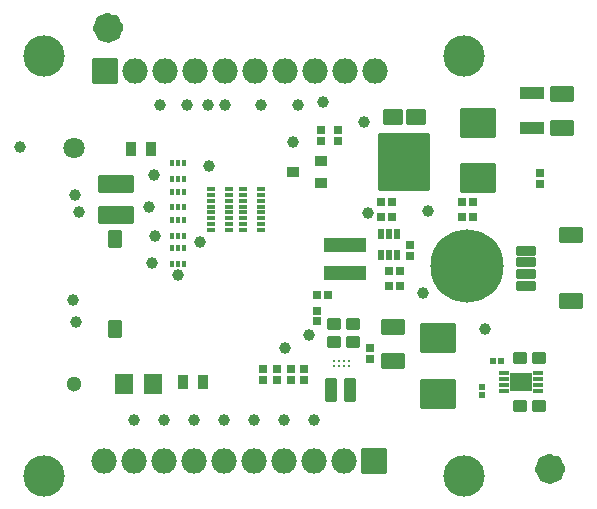
<source format=gbr>
%TF.GenerationSoftware,KiCad,Pcbnew,(7.0.0-0)*%
%TF.CreationDate,2023-03-31T14:52:11+11:00*%
%TF.ProjectId,Notecarrier-B,4e6f7465-6361-4727-9269-65722d422e6b,A*%
%TF.SameCoordinates,Original*%
%TF.FileFunction,Soldermask,Bot*%
%TF.FilePolarity,Negative*%
%FSLAX46Y46*%
G04 Gerber Fmt 4.6, Leading zero omitted, Abs format (unit mm)*
G04 Created by KiCad (PCBNEW (7.0.0-0)) date 2023-03-31 14:52:11*
%MOMM*%
%LPD*%
G01*
G04 APERTURE LIST*
G04 Aperture macros list*
%AMRoundRect*
0 Rectangle with rounded corners*
0 $1 Rounding radius*
0 $2 $3 $4 $5 $6 $7 $8 $9 X,Y pos of 4 corners*
0 Add a 4 corners polygon primitive as box body*
4,1,4,$2,$3,$4,$5,$6,$7,$8,$9,$2,$3,0*
0 Add four circle primitives for the rounded corners*
1,1,$1+$1,$2,$3*
1,1,$1+$1,$4,$5*
1,1,$1+$1,$6,$7*
1,1,$1+$1,$8,$9*
0 Add four rect primitives between the rounded corners*
20,1,$1+$1,$2,$3,$4,$5,0*
20,1,$1+$1,$4,$5,$6,$7,0*
20,1,$1+$1,$6,$7,$8,$9,0*
20,1,$1+$1,$8,$9,$2,$3,0*%
G04 Aperture macros list end*
%ADD10C,1.305000*%
%ADD11C,1.300000*%
%ADD12C,1.800000*%
%ADD13C,3.500000*%
%ADD14C,6.200000*%
%ADD15RoundRect,0.050000X-0.150000X-0.225000X0.150000X-0.225000X0.150000X0.225000X-0.150000X0.225000X0*%
%ADD16RoundRect,0.050000X0.310000X-0.310000X0.310000X0.310000X-0.310000X0.310000X-0.310000X-0.310000X0*%
%ADD17C,1.000000*%
%ADD18RoundRect,0.050000X0.210000X-0.230000X0.210000X0.230000X-0.210000X0.230000X-0.210000X-0.230000X0*%
%ADD19RoundRect,0.050000X-0.310000X0.310000X-0.310000X-0.310000X0.310000X-0.310000X0.310000X0.310000X0*%
%ADD20RoundRect,0.100000X0.900000X-0.575000X0.900000X0.575000X-0.900000X0.575000X-0.900000X-0.575000X0*%
%ADD21RoundRect,0.100000X0.350000X0.500000X-0.350000X0.500000X-0.350000X-0.500000X0.350000X-0.500000X0*%
%ADD22C,0.300000*%
%ADD23RoundRect,0.100000X0.500000X0.400000X-0.500000X0.400000X-0.500000X-0.400000X0.500000X-0.400000X0*%
%ADD24RoundRect,0.050000X0.310000X0.310000X-0.310000X0.310000X-0.310000X-0.310000X0.310000X-0.310000X0*%
%ADD25RoundRect,0.050000X-0.250000X0.150000X-0.250000X-0.150000X0.250000X-0.150000X0.250000X0.150000X0*%
%ADD26RoundRect,0.100000X-0.775000X0.300000X-0.775000X-0.300000X0.775000X-0.300000X0.775000X0.300000X0*%
%ADD27RoundRect,0.100000X-0.900000X0.600000X-0.900000X-0.600000X0.900000X-0.600000X0.900000X0.600000X0*%
%ADD28C,1.200000*%
%ADD29RoundRect,0.100000X-1.700000X0.500000X-1.700000X-0.500000X1.700000X-0.500000X1.700000X0.500000X0*%
%ADD30RoundRect,0.100000X0.500000X0.635000X-0.500000X0.635000X-0.500000X-0.635000X0.500000X-0.635000X0*%
%ADD31RoundRect,0.050000X-0.230000X-0.210000X0.230000X-0.210000X0.230000X0.210000X-0.230000X0.210000X0*%
%ADD32RoundRect,0.050000X-0.310000X-0.310000X0.310000X-0.310000X0.310000X0.310000X-0.310000X0.310000X0*%
%ADD33RoundRect,0.050000X0.175000X-0.400000X0.175000X0.400000X-0.175000X0.400000X-0.175000X-0.400000X0*%
%ADD34RoundRect,0.100000X-0.500000X-0.400000X0.500000X-0.400000X0.500000X0.400000X-0.500000X0.400000X0*%
%ADD35RoundRect,0.050000X0.375000X-0.150000X0.375000X0.150000X-0.375000X0.150000X-0.375000X-0.150000X0*%
%ADD36RoundRect,0.050000X-0.875000X0.725000X-0.875000X-0.725000X0.875000X-0.725000X0.875000X0.725000X0*%
%ADD37RoundRect,0.100000X1.400000X-1.150000X1.400000X1.150000X-1.400000X1.150000X-1.400000X-1.150000X0*%
%ADD38RoundRect,0.100000X0.725000X0.575000X-0.725000X0.575000X-0.725000X-0.575000X0.725000X-0.575000X0*%
%ADD39RoundRect,0.100000X2.075000X2.325000X-2.075000X2.325000X-2.075000X-2.325000X2.075000X-2.325000X0*%
%ADD40RoundRect,0.100000X0.675000X0.750000X-0.675000X0.750000X-0.675000X-0.750000X0.675000X-0.750000X0*%
%ADD41RoundRect,0.050000X-0.450000X-0.400000X0.450000X-0.400000X0.450000X0.400000X-0.450000X0.400000X0*%
%ADD42RoundRect,0.100000X0.950000X-0.450000X0.950000X0.450000X-0.950000X0.450000X-0.950000X-0.450000X0*%
%ADD43RoundRect,0.100000X-1.400000X0.700000X-1.400000X-0.700000X1.400000X-0.700000X1.400000X0.700000X0*%
%ADD44RoundRect,0.100000X-0.970000X0.970000X-0.970000X-0.970000X0.970000X-0.970000X0.970000X0.970000X0*%
%ADD45O,2.140000X2.140000*%
%ADD46RoundRect,0.100000X0.970000X-0.970000X0.970000X0.970000X-0.970000X0.970000X-0.970000X-0.970000X0*%
%ADD47RoundRect,0.100000X0.400000X0.900000X-0.400000X0.900000X-0.400000X-0.900000X0.400000X-0.900000X0*%
G04 APERTURE END LIST*
%TO.C,FID3*%
D10*
X143393900Y-94341000D02*
G75*
G03*
X143393900Y-94341000I-652500J0D01*
G01*
%TO.C,FID4*%
X105972500Y-57000000D02*
G75*
G03*
X105972500Y-57000000I-652500J0D01*
G01*
%TD*%
D11*
%TO.C,J20*%
X102460000Y-87140000D03*
D12*
X102460000Y-67140000D03*
%TD*%
D13*
%TO.C,H4*%
X135480000Y-94970000D03*
%TD*%
%TO.C,H2*%
X99920000Y-59410000D03*
%TD*%
D14*
%TO.C,OBJ1*%
X135710000Y-77140000D03*
%TD*%
D13*
%TO.C,H3*%
X99920000Y-94970000D03*
%TD*%
%TO.C,H1*%
X135480000Y-59410000D03*
%TD*%
D15*
%TO.C,DS4*%
X110710000Y-75665000D03*
X111210000Y-75665000D03*
X111710000Y-75665000D03*
X111710000Y-77015000D03*
X111210000Y-77015000D03*
X110710000Y-77015000D03*
%TD*%
D16*
%TO.C,R322*%
X118440800Y-86797400D03*
X118440800Y-85897400D03*
%TD*%
D17*
%TO.C,TP32*%
X118250000Y-63500000D03*
%TD*%
D18*
%TO.C,R5*%
X137000000Y-88080000D03*
X137000000Y-87420000D03*
%TD*%
D19*
%TO.C,R324*%
X123025000Y-80951000D03*
X123025000Y-81851000D03*
%TD*%
D20*
%TO.C,C13*%
X129470000Y-85200000D03*
X129470000Y-82300000D03*
%TD*%
D17*
%TO.C,TP18*%
X109256000Y-74615000D03*
%TD*%
D16*
%TO.C,C115*%
X123375000Y-66575000D03*
X123375000Y-65675000D03*
%TD*%
D21*
%TO.C,F1*%
X113358000Y-86999900D03*
X111658000Y-86999900D03*
%TD*%
D17*
%TO.C,TP14*%
X111200000Y-77940000D03*
%TD*%
D22*
%TO.C,U4*%
X125690000Y-85610000D03*
X125690000Y-85210000D03*
X125290000Y-85610000D03*
X125290000Y-85210000D03*
X124890000Y-85610000D03*
X124890000Y-85210000D03*
X124490000Y-85610000D03*
X124490000Y-85210000D03*
%TD*%
D15*
%TO.C,DS5*%
X110710000Y-70865000D03*
X111210000Y-70865000D03*
X111710000Y-70865000D03*
X111710000Y-72215000D03*
X111210000Y-72215000D03*
X110710000Y-72215000D03*
%TD*%
D23*
%TO.C,C118*%
X141800000Y-85000000D03*
X140200000Y-85000000D03*
%TD*%
D24*
%TO.C,R326*%
X136200000Y-73000000D03*
X135300000Y-73000000D03*
%TD*%
D17*
%TO.C,TP1*%
X107540000Y-90191500D03*
%TD*%
%TO.C,TP2*%
X110080000Y-90194800D03*
%TD*%
D25*
%TO.C,RR2*%
X115560000Y-70640000D03*
X115560000Y-71140000D03*
X115560000Y-71640000D03*
X115560000Y-72140000D03*
X115560000Y-72640000D03*
X115560000Y-73140000D03*
X115560000Y-73640000D03*
X115560000Y-74140000D03*
X114060000Y-74140000D03*
X114060000Y-73640000D03*
X114060000Y-73140000D03*
X114060000Y-72640000D03*
X114060000Y-72140000D03*
X114060000Y-71640000D03*
X114060000Y-71140000D03*
X114060000Y-70640000D03*
%TD*%
D17*
%TO.C,TP3*%
X112623900Y-90194400D03*
%TD*%
D20*
%TO.C,C112*%
X143750000Y-65500000D03*
X143750000Y-62600000D03*
%TD*%
D17*
%TO.C,TP7*%
X115160000Y-90194400D03*
%TD*%
D19*
%TO.C,C111*%
X141875000Y-69300000D03*
X141875000Y-70200000D03*
%TD*%
D16*
%TO.C,R10*%
X121889800Y-86790000D03*
X121889800Y-85890000D03*
%TD*%
D17*
%TO.C,TP4*%
X117703900Y-90194400D03*
%TD*%
%TO.C,TP21*%
X102857500Y-72640000D03*
%TD*%
D16*
%TO.C,C14*%
X127500000Y-85050000D03*
X127500000Y-84150000D03*
%TD*%
D19*
%TO.C,R323*%
X120769800Y-85890000D03*
X120769800Y-86790000D03*
%TD*%
D26*
%TO.C,J24*%
X140675000Y-75875000D03*
X140675000Y-76875000D03*
X140675000Y-77875000D03*
X140675000Y-78875000D03*
D27*
X144550000Y-74575000D03*
X144550000Y-80175000D03*
%TD*%
D17*
%TO.C,TP5*%
X120240000Y-90194400D03*
%TD*%
D28*
%TO.C,FID3*%
X142741400Y-94341000D03*
%TD*%
D19*
%TO.C,R319*%
X124750000Y-65675000D03*
X124750000Y-66575000D03*
%TD*%
D17*
%TO.C,TP22*%
X108810000Y-72215000D03*
%TD*%
D28*
%TO.C,FID4*%
X105320000Y-57000000D03*
%TD*%
D17*
%TO.C,TP6*%
X122780000Y-90194400D03*
%TD*%
%TO.C,TP20*%
X127310000Y-72715000D03*
%TD*%
%TO.C,TP23*%
X102536600Y-71137300D03*
%TD*%
D29*
%TO.C,L4*%
X125410000Y-75355000D03*
X125410000Y-77725000D03*
%TD*%
D19*
%TO.C,R6*%
X130870000Y-75400000D03*
X130870000Y-76300000D03*
%TD*%
D23*
%TO.C,C117*%
X141800000Y-89000000D03*
X140200000Y-89000000D03*
%TD*%
D30*
%TO.C,DSW1*%
X105871700Y-74921900D03*
X105871700Y-82541900D03*
%TD*%
D17*
%TO.C,TP10*%
X122355000Y-83029500D03*
%TD*%
%TO.C,TP34*%
X123500000Y-63250000D03*
%TD*%
%TO.C,TP38*%
X97875000Y-67125000D03*
%TD*%
D31*
%TO.C,R7*%
X137920000Y-85250000D03*
X138580000Y-85250000D03*
%TD*%
D32*
%TO.C,C10*%
X129110000Y-77590000D03*
X130010000Y-77590000D03*
%TD*%
D17*
%TO.C,TP12*%
X132000000Y-79500000D03*
%TD*%
D33*
%TO.C,U3*%
X128460000Y-74425000D03*
X129110000Y-74425000D03*
X129760000Y-74425000D03*
X129760000Y-76255000D03*
X129110000Y-76255000D03*
X128460000Y-76255000D03*
%TD*%
D17*
%TO.C,TP8*%
X120270000Y-84130000D03*
%TD*%
%TO.C,TP13*%
X102356000Y-80052500D03*
%TD*%
D32*
%TO.C,C9*%
X129110000Y-78890000D03*
X130010000Y-78890000D03*
%TD*%
D17*
%TO.C,TP26*%
X120940000Y-66691999D03*
%TD*%
%TO.C,TP33*%
X121368900Y-63500000D03*
%TD*%
%TO.C,TP28*%
X109750000Y-63500000D03*
%TD*%
D34*
%TO.C,C15*%
X124430000Y-83640000D03*
X126030000Y-83640000D03*
%TD*%
D35*
%TO.C,U5*%
X141700000Y-86250000D03*
X141700000Y-86750000D03*
X141700000Y-87250000D03*
X141700000Y-87750000D03*
X138800000Y-87750000D03*
X138800000Y-87250000D03*
X138800000Y-86750000D03*
X138800000Y-86250000D03*
D36*
X140250000Y-87000000D03*
%TD*%
D17*
%TO.C,TP24*%
X109196000Y-69454000D03*
%TD*%
%TO.C,TP31*%
X115250000Y-63500000D03*
%TD*%
D37*
%TO.C,TVS1*%
X136625000Y-69750000D03*
X136625000Y-65050000D03*
%TD*%
D17*
%TO.C,TP17*%
X113110000Y-75140000D03*
%TD*%
%TO.C,TP15*%
X109000000Y-76900000D03*
%TD*%
D15*
%TO.C,DS10*%
X110710000Y-68465000D03*
X111210000Y-68465000D03*
X111710000Y-68465000D03*
X111710000Y-69815000D03*
X111210000Y-69815000D03*
X110710000Y-69815000D03*
%TD*%
D34*
%TO.C,C16*%
X124430000Y-82090000D03*
X126030000Y-82090000D03*
%TD*%
D17*
%TO.C,TP30*%
X113750100Y-63500000D03*
%TD*%
D38*
%TO.C,DS15*%
X131395000Y-64590000D03*
X129425000Y-64590000D03*
D39*
X130410000Y-68340000D03*
%TD*%
D32*
%TO.C,C8*%
X128465000Y-73040000D03*
X129365000Y-73040000D03*
%TD*%
D15*
%TO.C,DS6*%
X110710000Y-73265000D03*
X111210000Y-73265000D03*
X111710000Y-73265000D03*
X111710000Y-74615000D03*
X111210000Y-74615000D03*
X110710000Y-74615000D03*
%TD*%
D17*
%TO.C,TP29*%
X112000000Y-63500000D03*
%TD*%
%TO.C,TP25*%
X113885000Y-68665000D03*
%TD*%
D37*
%TO.C,DS14*%
X133250000Y-88000000D03*
X133250000Y-83300000D03*
%TD*%
D17*
%TO.C,TP11*%
X102625000Y-81887100D03*
%TD*%
D21*
%TO.C,F2*%
X108976900Y-67258900D03*
X107276900Y-67258900D03*
%TD*%
D24*
%TO.C,R325*%
X136200000Y-71750000D03*
X135300000Y-71750000D03*
%TD*%
D17*
%TO.C,TP39*%
X127000000Y-65000000D03*
%TD*%
D40*
%TO.C,C113*%
X109148700Y-87170600D03*
X106698700Y-87170600D03*
%TD*%
D32*
%TO.C,R318*%
X123025000Y-79629500D03*
X123925000Y-79629500D03*
%TD*%
D17*
%TO.C,VMODEM*%
X132375000Y-72500000D03*
%TD*%
D16*
%TO.C,C116*%
X119649800Y-86790000D03*
X119649800Y-85890000D03*
%TD*%
D41*
%TO.C,Q2*%
X123310000Y-68240000D03*
X123310000Y-70140000D03*
X120940000Y-69190000D03*
%TD*%
D42*
%TO.C,R307*%
X141250000Y-65500000D03*
X141250000Y-62500000D03*
%TD*%
D43*
%TO.C,C114*%
X106002800Y-70253200D03*
X106002800Y-72853200D03*
%TD*%
D44*
%TO.C,J22*%
X105025000Y-60680000D03*
D45*
X107564999Y-60679999D03*
X110104999Y-60679999D03*
X112644999Y-60679999D03*
X115184999Y-60679999D03*
X117724999Y-60679999D03*
X120264999Y-60679999D03*
X122804999Y-60679999D03*
X125344999Y-60679999D03*
X127884999Y-60679999D03*
%TD*%
D17*
%TO.C,VUSB*%
X137250000Y-82500000D03*
%TD*%
D46*
%TO.C,J21*%
X127860000Y-93700000D03*
D45*
X125319999Y-93699999D03*
X122779999Y-93699999D03*
X120239999Y-93699999D03*
X117699999Y-93699999D03*
X115159999Y-93699999D03*
X112619999Y-93699999D03*
X110079999Y-93699999D03*
X107539999Y-93699999D03*
X104999999Y-93699999D03*
%TD*%
D32*
%TO.C,C7*%
X128465000Y-71740000D03*
X129365000Y-71740000D03*
%TD*%
D25*
%TO.C,RR1*%
X118260000Y-70640000D03*
X118260000Y-71140000D03*
X118260000Y-71640000D03*
X118260000Y-72140000D03*
X118260000Y-72640000D03*
X118260000Y-73140000D03*
X118260000Y-73640000D03*
X118260000Y-74140000D03*
X116760000Y-74140000D03*
X116760000Y-73640000D03*
X116760000Y-73140000D03*
X116760000Y-72640000D03*
X116760000Y-72140000D03*
X116760000Y-71640000D03*
X116760000Y-71140000D03*
X116760000Y-70640000D03*
%TD*%
D47*
%TO.C,L2*%
X125790000Y-87710000D03*
X124190000Y-87710000D03*
%TD*%
M02*

</source>
